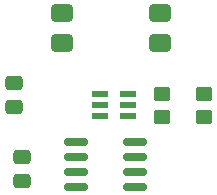
<source format=gtp>
G04 #@! TF.GenerationSoftware,KiCad,Pcbnew,7.0.2*
G04 #@! TF.CreationDate,2023-05-22T10:47:49+02:00*
G04 #@! TF.ProjectId,relaismsofet correctie,72656c61-6973-46d7-936f-66657420636f,rev?*
G04 #@! TF.SameCoordinates,Original*
G04 #@! TF.FileFunction,Paste,Top*
G04 #@! TF.FilePolarity,Positive*
%FSLAX46Y46*%
G04 Gerber Fmt 4.6, Leading zero omitted, Abs format (unit mm)*
G04 Created by KiCad (PCBNEW 7.0.2) date 2023-05-22 10:47:49*
%MOMM*%
%LPD*%
G01*
G04 APERTURE LIST*
G04 Aperture macros list*
%AMRoundRect*
0 Rectangle with rounded corners*
0 $1 Rounding radius*
0 $2 $3 $4 $5 $6 $7 $8 $9 X,Y pos of 4 corners*
0 Add a 4 corners polygon primitive as box body*
4,1,4,$2,$3,$4,$5,$6,$7,$8,$9,$2,$3,0*
0 Add four circle primitives for the rounded corners*
1,1,$1+$1,$2,$3*
1,1,$1+$1,$4,$5*
1,1,$1+$1,$6,$7*
1,1,$1+$1,$8,$9*
0 Add four rect primitives between the rounded corners*
20,1,$1+$1,$2,$3,$4,$5,0*
20,1,$1+$1,$4,$5,$6,$7,0*
20,1,$1+$1,$6,$7,$8,$9,0*
20,1,$1+$1,$8,$9,$2,$3,0*%
G04 Aperture macros list end*
%ADD10RoundRect,0.375000X0.575000X0.375000X-0.575000X0.375000X-0.575000X-0.375000X0.575000X-0.375000X0*%
%ADD11RoundRect,0.041300X-0.643700X-0.253700X0.643700X-0.253700X0.643700X0.253700X-0.643700X0.253700X0*%
%ADD12RoundRect,0.250000X-0.450000X0.350000X-0.450000X-0.350000X0.450000X-0.350000X0.450000X0.350000X0*%
%ADD13RoundRect,0.250000X0.475000X-0.337500X0.475000X0.337500X-0.475000X0.337500X-0.475000X-0.337500X0*%
%ADD14RoundRect,0.250000X-0.475000X0.337500X-0.475000X-0.337500X0.475000X-0.337500X0.475000X0.337500X0*%
%ADD15RoundRect,0.150000X0.825000X0.150000X-0.825000X0.150000X-0.825000X-0.150000X0.825000X-0.150000X0*%
G04 APERTURE END LIST*
D10*
X90274996Y-74805000D03*
X90274996Y-77345000D03*
X98574996Y-77345000D03*
X98574996Y-74805000D03*
D11*
X93550000Y-81650000D03*
X93550000Y-82600000D03*
X93550000Y-83550000D03*
X95900000Y-83550000D03*
X95900000Y-82600000D03*
X95900000Y-81650000D03*
D12*
X102325000Y-81625000D03*
X102325000Y-83625000D03*
X98725000Y-81625000D03*
X98725000Y-83625000D03*
D13*
X86207600Y-82774700D03*
X86207600Y-80699700D03*
D14*
X86868000Y-86962500D03*
X86868000Y-89037500D03*
D15*
X96450000Y-89505000D03*
X96450000Y-88235000D03*
X96450000Y-86965000D03*
X96450000Y-85695000D03*
X91500000Y-85695000D03*
X91500000Y-86965000D03*
X91500000Y-88235000D03*
X91500000Y-89505000D03*
M02*

</source>
